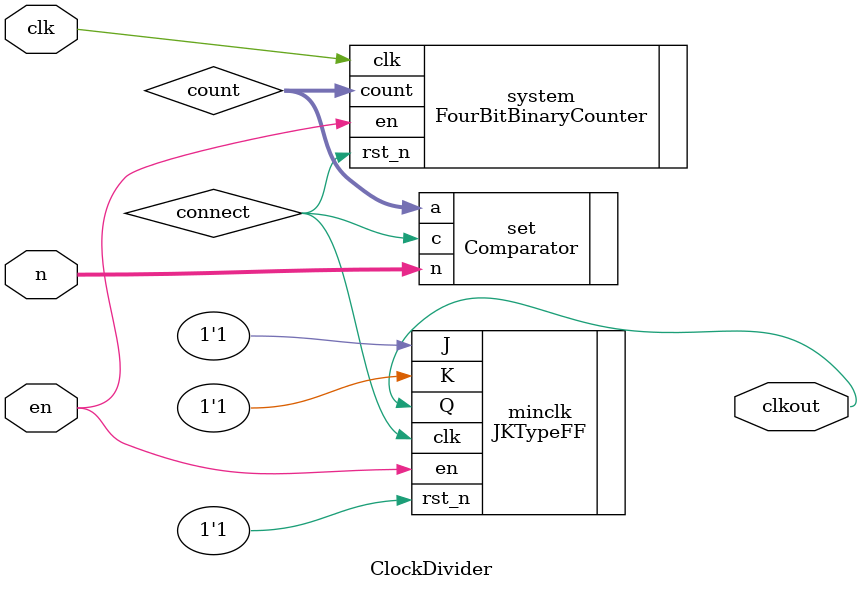
<source format=v>
/* ClockDivider.v
* -------------------
* By: Ahmed Adamjee
* Date: 25th March 2019
*
* Module Description:
* -------------------
* ClockDivider.
*
* Inputs:
* clkin
* n
* en
* Outputs:
* clkout
*
*/

module ClockDivider(

  input clk,
  input [3:0] n,
  input en,
  output clkout
  
);

  
  wire [3:0] count;
  wire connect;
  
  FourBitBinaryCounter system(
  .clk(clk),
  .en(en),
  .rst_n(connect),
  .count(count)
  );

  Comparator set(
  .n(n),
  .a(count),
  .c(connect)
  );
  
  JKTypeFF minclk(
  .clk(connect),
  .en(en),
  .rst_n(1'b1),
  .J(1'b1),
  .K(1'b1),
  .Q(clkout)
  );
  
  
endmodule 
</source>
